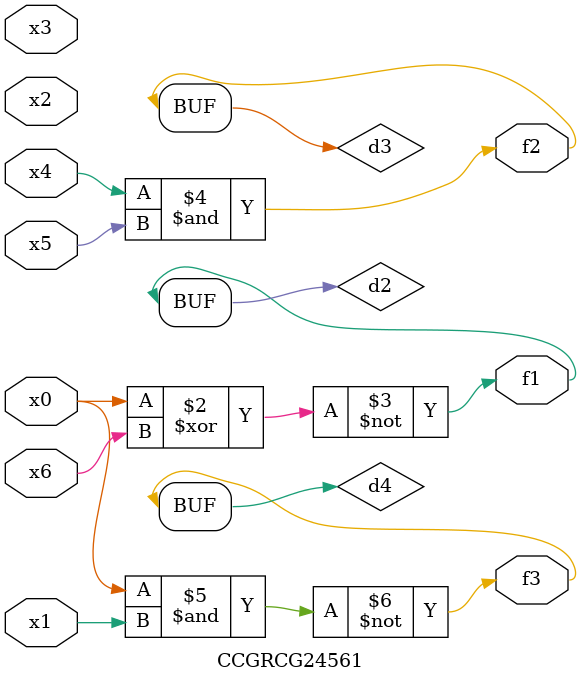
<source format=v>
module CCGRCG24561(
	input x0, x1, x2, x3, x4, x5, x6,
	output f1, f2, f3
);

	wire d1, d2, d3, d4;

	nor (d1, x0);
	xnor (d2, x0, x6);
	and (d3, x4, x5);
	nand (d4, x0, x1);
	assign f1 = d2;
	assign f2 = d3;
	assign f3 = d4;
endmodule

</source>
